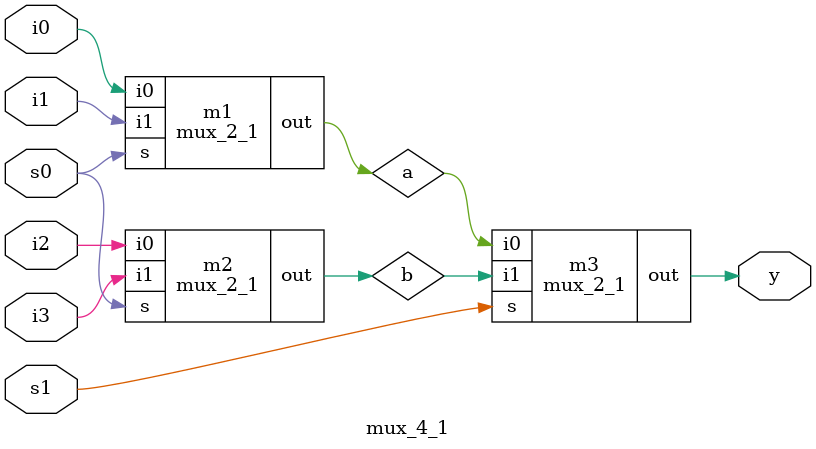
<source format=v>
module mux_2_1(input s,i0,i1,output out); 

  wire x,y,z; 

  not n1(x,s); 

  and a1(y,x,i0); 

  and a2(z,s,i1); 

  or o1(out,y,z); 

endmodule 

 

module mux_4_1(input i0,i1,i2,i3,s0,s1,output y); 

  wire a,b; 

  mux_2_1 m1(s0,i0,i1,a); 

  mux_2_1 m2(s0,i2,i3,b); 

  mux_2_1 m3(s1,a,b,y); 

endmodule 

</source>
